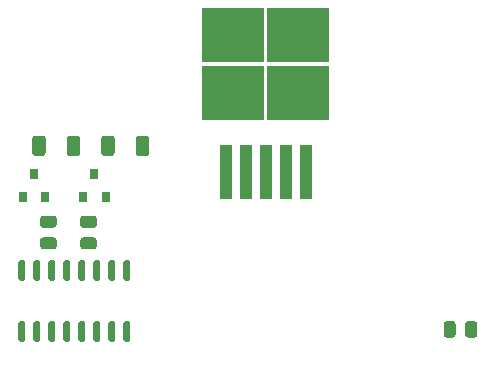
<source format=gbp>
%TF.GenerationSoftware,KiCad,Pcbnew,5.1.9*%
%TF.CreationDate,2021-02-24T23:37:06+01:00*%
%TF.ProjectId,qr_reader,71725f72-6561-4646-9572-2e6b69636164,rev?*%
%TF.SameCoordinates,Original*%
%TF.FileFunction,Paste,Bot*%
%TF.FilePolarity,Positive*%
%FSLAX46Y46*%
G04 Gerber Fmt 4.6, Leading zero omitted, Abs format (unit mm)*
G04 Created by KiCad (PCBNEW 5.1.9) date 2021-02-24 23:37:06*
%MOMM*%
%LPD*%
G01*
G04 APERTURE LIST*
%ADD10R,5.250000X4.550000*%
%ADD11R,1.100000X4.600000*%
%ADD12R,0.800000X0.900000*%
G04 APERTURE END LIST*
D10*
%TO.C,U2*%
X136125000Y-40450000D03*
X141675000Y-35600000D03*
X141675000Y-40450000D03*
X136125000Y-35600000D03*
D11*
X135500000Y-47175000D03*
X137200000Y-47175000D03*
X138900000Y-47175000D03*
X140600000Y-47175000D03*
X142300000Y-47175000D03*
%TD*%
%TO.C,U1*%
G36*
G01*
X127295000Y-56400000D02*
X126995000Y-56400000D01*
G75*
G02*
X126845000Y-56250000I0J150000D01*
G01*
X126845000Y-54800000D01*
G75*
G02*
X126995000Y-54650000I150000J0D01*
G01*
X127295000Y-54650000D01*
G75*
G02*
X127445000Y-54800000I0J-150000D01*
G01*
X127445000Y-56250000D01*
G75*
G02*
X127295000Y-56400000I-150000J0D01*
G01*
G37*
G36*
G01*
X126025000Y-56400000D02*
X125725000Y-56400000D01*
G75*
G02*
X125575000Y-56250000I0J150000D01*
G01*
X125575000Y-54800000D01*
G75*
G02*
X125725000Y-54650000I150000J0D01*
G01*
X126025000Y-54650000D01*
G75*
G02*
X126175000Y-54800000I0J-150000D01*
G01*
X126175000Y-56250000D01*
G75*
G02*
X126025000Y-56400000I-150000J0D01*
G01*
G37*
G36*
G01*
X124755000Y-56400000D02*
X124455000Y-56400000D01*
G75*
G02*
X124305000Y-56250000I0J150000D01*
G01*
X124305000Y-54800000D01*
G75*
G02*
X124455000Y-54650000I150000J0D01*
G01*
X124755000Y-54650000D01*
G75*
G02*
X124905000Y-54800000I0J-150000D01*
G01*
X124905000Y-56250000D01*
G75*
G02*
X124755000Y-56400000I-150000J0D01*
G01*
G37*
G36*
G01*
X123485000Y-56400000D02*
X123185000Y-56400000D01*
G75*
G02*
X123035000Y-56250000I0J150000D01*
G01*
X123035000Y-54800000D01*
G75*
G02*
X123185000Y-54650000I150000J0D01*
G01*
X123485000Y-54650000D01*
G75*
G02*
X123635000Y-54800000I0J-150000D01*
G01*
X123635000Y-56250000D01*
G75*
G02*
X123485000Y-56400000I-150000J0D01*
G01*
G37*
G36*
G01*
X122215000Y-56400000D02*
X121915000Y-56400000D01*
G75*
G02*
X121765000Y-56250000I0J150000D01*
G01*
X121765000Y-54800000D01*
G75*
G02*
X121915000Y-54650000I150000J0D01*
G01*
X122215000Y-54650000D01*
G75*
G02*
X122365000Y-54800000I0J-150000D01*
G01*
X122365000Y-56250000D01*
G75*
G02*
X122215000Y-56400000I-150000J0D01*
G01*
G37*
G36*
G01*
X120945000Y-56400000D02*
X120645000Y-56400000D01*
G75*
G02*
X120495000Y-56250000I0J150000D01*
G01*
X120495000Y-54800000D01*
G75*
G02*
X120645000Y-54650000I150000J0D01*
G01*
X120945000Y-54650000D01*
G75*
G02*
X121095000Y-54800000I0J-150000D01*
G01*
X121095000Y-56250000D01*
G75*
G02*
X120945000Y-56400000I-150000J0D01*
G01*
G37*
G36*
G01*
X119675000Y-56400000D02*
X119375000Y-56400000D01*
G75*
G02*
X119225000Y-56250000I0J150000D01*
G01*
X119225000Y-54800000D01*
G75*
G02*
X119375000Y-54650000I150000J0D01*
G01*
X119675000Y-54650000D01*
G75*
G02*
X119825000Y-54800000I0J-150000D01*
G01*
X119825000Y-56250000D01*
G75*
G02*
X119675000Y-56400000I-150000J0D01*
G01*
G37*
G36*
G01*
X118405000Y-56400000D02*
X118105000Y-56400000D01*
G75*
G02*
X117955000Y-56250000I0J150000D01*
G01*
X117955000Y-54800000D01*
G75*
G02*
X118105000Y-54650000I150000J0D01*
G01*
X118405000Y-54650000D01*
G75*
G02*
X118555000Y-54800000I0J-150000D01*
G01*
X118555000Y-56250000D01*
G75*
G02*
X118405000Y-56400000I-150000J0D01*
G01*
G37*
G36*
G01*
X118405000Y-61550000D02*
X118105000Y-61550000D01*
G75*
G02*
X117955000Y-61400000I0J150000D01*
G01*
X117955000Y-59950000D01*
G75*
G02*
X118105000Y-59800000I150000J0D01*
G01*
X118405000Y-59800000D01*
G75*
G02*
X118555000Y-59950000I0J-150000D01*
G01*
X118555000Y-61400000D01*
G75*
G02*
X118405000Y-61550000I-150000J0D01*
G01*
G37*
G36*
G01*
X119675000Y-61550000D02*
X119375000Y-61550000D01*
G75*
G02*
X119225000Y-61400000I0J150000D01*
G01*
X119225000Y-59950000D01*
G75*
G02*
X119375000Y-59800000I150000J0D01*
G01*
X119675000Y-59800000D01*
G75*
G02*
X119825000Y-59950000I0J-150000D01*
G01*
X119825000Y-61400000D01*
G75*
G02*
X119675000Y-61550000I-150000J0D01*
G01*
G37*
G36*
G01*
X120945000Y-61550000D02*
X120645000Y-61550000D01*
G75*
G02*
X120495000Y-61400000I0J150000D01*
G01*
X120495000Y-59950000D01*
G75*
G02*
X120645000Y-59800000I150000J0D01*
G01*
X120945000Y-59800000D01*
G75*
G02*
X121095000Y-59950000I0J-150000D01*
G01*
X121095000Y-61400000D01*
G75*
G02*
X120945000Y-61550000I-150000J0D01*
G01*
G37*
G36*
G01*
X122215000Y-61550000D02*
X121915000Y-61550000D01*
G75*
G02*
X121765000Y-61400000I0J150000D01*
G01*
X121765000Y-59950000D01*
G75*
G02*
X121915000Y-59800000I150000J0D01*
G01*
X122215000Y-59800000D01*
G75*
G02*
X122365000Y-59950000I0J-150000D01*
G01*
X122365000Y-61400000D01*
G75*
G02*
X122215000Y-61550000I-150000J0D01*
G01*
G37*
G36*
G01*
X123485000Y-61550000D02*
X123185000Y-61550000D01*
G75*
G02*
X123035000Y-61400000I0J150000D01*
G01*
X123035000Y-59950000D01*
G75*
G02*
X123185000Y-59800000I150000J0D01*
G01*
X123485000Y-59800000D01*
G75*
G02*
X123635000Y-59950000I0J-150000D01*
G01*
X123635000Y-61400000D01*
G75*
G02*
X123485000Y-61550000I-150000J0D01*
G01*
G37*
G36*
G01*
X124755000Y-61550000D02*
X124455000Y-61550000D01*
G75*
G02*
X124305000Y-61400000I0J150000D01*
G01*
X124305000Y-59950000D01*
G75*
G02*
X124455000Y-59800000I150000J0D01*
G01*
X124755000Y-59800000D01*
G75*
G02*
X124905000Y-59950000I0J-150000D01*
G01*
X124905000Y-61400000D01*
G75*
G02*
X124755000Y-61550000I-150000J0D01*
G01*
G37*
G36*
G01*
X126025000Y-61550000D02*
X125725000Y-61550000D01*
G75*
G02*
X125575000Y-61400000I0J150000D01*
G01*
X125575000Y-59950000D01*
G75*
G02*
X125725000Y-59800000I150000J0D01*
G01*
X126025000Y-59800000D01*
G75*
G02*
X126175000Y-59950000I0J-150000D01*
G01*
X126175000Y-61400000D01*
G75*
G02*
X126025000Y-61550000I-150000J0D01*
G01*
G37*
G36*
G01*
X127295000Y-61550000D02*
X126995000Y-61550000D01*
G75*
G02*
X126845000Y-61400000I0J150000D01*
G01*
X126845000Y-59950000D01*
G75*
G02*
X126995000Y-59800000I150000J0D01*
G01*
X127295000Y-59800000D01*
G75*
G02*
X127445000Y-59950000I0J-150000D01*
G01*
X127445000Y-61400000D01*
G75*
G02*
X127295000Y-61550000I-150000J0D01*
G01*
G37*
%TD*%
%TO.C,R5*%
G36*
G01*
X120950001Y-51900000D02*
X120049999Y-51900000D01*
G75*
G02*
X119800000Y-51650001I0J249999D01*
G01*
X119800000Y-51124999D01*
G75*
G02*
X120049999Y-50875000I249999J0D01*
G01*
X120950001Y-50875000D01*
G75*
G02*
X121200000Y-51124999I0J-249999D01*
G01*
X121200000Y-51650001D01*
G75*
G02*
X120950001Y-51900000I-249999J0D01*
G01*
G37*
G36*
G01*
X120950001Y-53725000D02*
X120049999Y-53725000D01*
G75*
G02*
X119800000Y-53475001I0J249999D01*
G01*
X119800000Y-52949999D01*
G75*
G02*
X120049999Y-52700000I249999J0D01*
G01*
X120950001Y-52700000D01*
G75*
G02*
X121200000Y-52949999I0J-249999D01*
G01*
X121200000Y-53475001D01*
G75*
G02*
X120950001Y-53725000I-249999J0D01*
G01*
G37*
%TD*%
%TO.C,R4*%
G36*
G01*
X124350001Y-51900000D02*
X123449999Y-51900000D01*
G75*
G02*
X123200000Y-51650001I0J249999D01*
G01*
X123200000Y-51124999D01*
G75*
G02*
X123449999Y-50875000I249999J0D01*
G01*
X124350001Y-50875000D01*
G75*
G02*
X124600000Y-51124999I0J-249999D01*
G01*
X124600000Y-51650001D01*
G75*
G02*
X124350001Y-51900000I-249999J0D01*
G01*
G37*
G36*
G01*
X124350001Y-53725000D02*
X123449999Y-53725000D01*
G75*
G02*
X123200000Y-53475001I0J249999D01*
G01*
X123200000Y-52949999D01*
G75*
G02*
X123449999Y-52700000I249999J0D01*
G01*
X124350001Y-52700000D01*
G75*
G02*
X124600000Y-52949999I0J-249999D01*
G01*
X124600000Y-53475001D01*
G75*
G02*
X124350001Y-53725000I-249999J0D01*
G01*
G37*
%TD*%
%TO.C,R3*%
G36*
G01*
X155787500Y-60950001D02*
X155787500Y-60049999D01*
G75*
G02*
X156037499Y-59800000I249999J0D01*
G01*
X156562501Y-59800000D01*
G75*
G02*
X156812500Y-60049999I0J-249999D01*
G01*
X156812500Y-60950001D01*
G75*
G02*
X156562501Y-61200000I-249999J0D01*
G01*
X156037499Y-61200000D01*
G75*
G02*
X155787500Y-60950001I0J249999D01*
G01*
G37*
G36*
G01*
X153962500Y-60950001D02*
X153962500Y-60049999D01*
G75*
G02*
X154212499Y-59800000I249999J0D01*
G01*
X154737501Y-59800000D01*
G75*
G02*
X154987500Y-60049999I0J-249999D01*
G01*
X154987500Y-60950001D01*
G75*
G02*
X154737501Y-61200000I-249999J0D01*
G01*
X154212499Y-61200000D01*
G75*
G02*
X153962500Y-60950001I0J249999D01*
G01*
G37*
%TD*%
%TO.C,R2*%
G36*
G01*
X122058000Y-45583001D02*
X122058000Y-44332999D01*
G75*
G02*
X122307999Y-44083000I249999J0D01*
G01*
X122933001Y-44083000D01*
G75*
G02*
X123183000Y-44332999I0J-249999D01*
G01*
X123183000Y-45583001D01*
G75*
G02*
X122933001Y-45833000I-249999J0D01*
G01*
X122307999Y-45833000D01*
G75*
G02*
X122058000Y-45583001I0J249999D01*
G01*
G37*
G36*
G01*
X119133000Y-45583001D02*
X119133000Y-44332999D01*
G75*
G02*
X119382999Y-44083000I249999J0D01*
G01*
X120008001Y-44083000D01*
G75*
G02*
X120258000Y-44332999I0J-249999D01*
G01*
X120258000Y-45583001D01*
G75*
G02*
X120008001Y-45833000I-249999J0D01*
G01*
X119382999Y-45833000D01*
G75*
G02*
X119133000Y-45583001I0J249999D01*
G01*
G37*
%TD*%
%TO.C,R1*%
G36*
G01*
X127900000Y-45583001D02*
X127900000Y-44332999D01*
G75*
G02*
X128149999Y-44083000I249999J0D01*
G01*
X128775001Y-44083000D01*
G75*
G02*
X129025000Y-44332999I0J-249999D01*
G01*
X129025000Y-45583001D01*
G75*
G02*
X128775001Y-45833000I-249999J0D01*
G01*
X128149999Y-45833000D01*
G75*
G02*
X127900000Y-45583001I0J249999D01*
G01*
G37*
G36*
G01*
X124975000Y-45583001D02*
X124975000Y-44332999D01*
G75*
G02*
X125224999Y-44083000I249999J0D01*
G01*
X125850001Y-44083000D01*
G75*
G02*
X126100000Y-44332999I0J-249999D01*
G01*
X126100000Y-45583001D01*
G75*
G02*
X125850001Y-45833000I-249999J0D01*
G01*
X125224999Y-45833000D01*
G75*
G02*
X124975000Y-45583001I0J249999D01*
G01*
G37*
%TD*%
D12*
%TO.C,Q2*%
X119300000Y-47300000D03*
X118350000Y-49300000D03*
X120250000Y-49300000D03*
%TD*%
%TO.C,Q1*%
X124400000Y-47300000D03*
X123450000Y-49300000D03*
X125350000Y-49300000D03*
%TD*%
M02*

</source>
